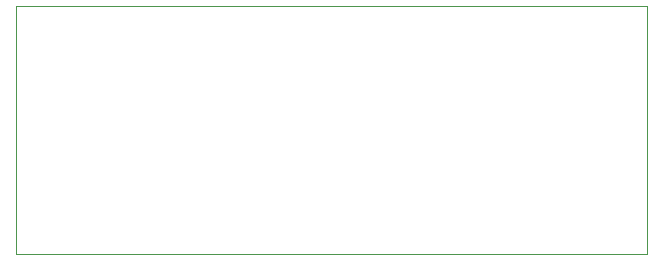
<source format=gbr>
%TF.GenerationSoftware,KiCad,Pcbnew,5.99.0-unknown-881cb3182b~117~ubuntu18.04.1*%
%TF.CreationDate,2021-02-21T21:18:57+01:00*%
%TF.ProjectId,stanislao_nrf,7374616e-6973-46c6-916f-5f6e72662e6b,rev?*%
%TF.SameCoordinates,Original*%
%TF.FileFunction,Profile,NP*%
%FSLAX46Y46*%
G04 Gerber Fmt 4.6, Leading zero omitted, Abs format (unit mm)*
G04 Created by KiCad (PCBNEW 5.99.0-unknown-881cb3182b~117~ubuntu18.04.1) date 2021-02-21 21:18:57*
%MOMM*%
%LPD*%
G01*
G04 APERTURE LIST*
%TA.AperFunction,Profile*%
%ADD10C,0.050000*%
%TD*%
G04 APERTURE END LIST*
D10*
X105250000Y-80500000D02*
X51800000Y-80500000D01*
X52000000Y-59500000D02*
X105250000Y-59500000D01*
X105250000Y-59500000D02*
X105250000Y-80500000D01*
X52000000Y-59500000D02*
X51800000Y-59500000D01*
X51800000Y-80500000D02*
X51800000Y-59500000D01*
M02*

</source>
